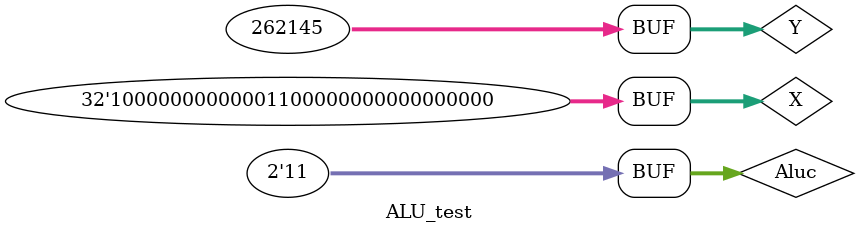
<source format=v>
`timescale 1ns / 1ps
module ALU_test;
reg [31:0]X,Y;
reg [1:0]Aluc;
wire [31:0]R;
wire Z;
ALU uut(.X(X),.Y(Y),.Aluc(Aluc),.R(R),.Z(Z));
initial begin
X=32'b10000000000001100000000000000000;
Y=32'b00000000000001000000000000000001;
Aluc=2'b00;
#20;
Aluc=2'b01;
#20;
Aluc=2'b10;
#20;
Aluc=2'b11;
end
endmodule

</source>
